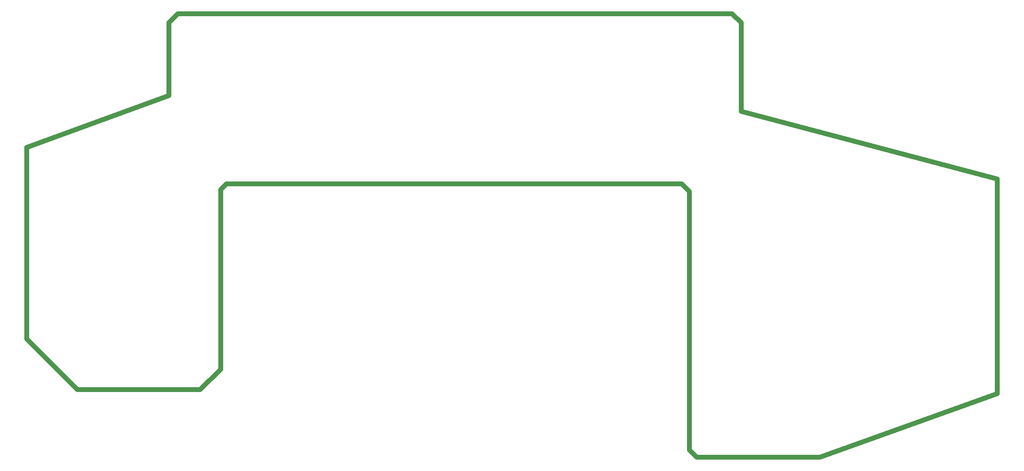
<source format=gm1>
%FSLAX24Y24*%
%MOIN*%
G70*
G01*
G75*
G04 Layer_Color=16711935*
%ADD10R,0.0500X0.0400*%
%ADD11R,0.0400X0.0500*%
%ADD12C,0.0394*%
%ADD13C,0.0197*%
%ADD14C,0.0315*%
%ADD15C,0.0100*%
%ADD16C,0.0039*%
%ADD17C,0.0700*%
%ADD18C,0.0600*%
%ADD19C,0.1200*%
%ADD20R,0.1200X0.1200*%
%ADD21C,0.0669*%
%ADD22C,0.0709*%
%ADD23O,0.1000X0.0500*%
%ADD24R,0.1000X0.0500*%
%ADD25R,0.1000X0.1000*%
%ADD26C,0.1181*%
%ADD27C,0.2362*%
%ADD28C,0.0500*%
G54D12*
X-35240Y3009D02*
X-23551Y7264D01*
X-35240Y-12764D02*
Y3009D01*
Y-12764D02*
X-31098Y-16906D01*
X-23551Y7264D02*
Y13264D01*
X-22803Y14012D01*
X23551Y5973D02*
Y13264D01*
X22803Y14012D02*
X23551Y13264D01*
X-22803Y14012D02*
X22803D01*
X23551Y5973D02*
X44622Y412D01*
X-31091Y-16933D02*
X-20965D01*
X-19291Y-15260D01*
X19291Y-21906D02*
X19894Y-22508D01*
X30033D01*
X-19291Y-15260D02*
Y-472D01*
X-18819Y0D01*
X0D01*
X19291Y-21906D02*
Y-634D01*
X18657Y0D02*
X19291Y-634D01*
X0Y0D02*
X18657D01*
X44622Y-17246D02*
Y412D01*
X30033Y-22508D02*
X44622Y-17246D01*
M02*

</source>
